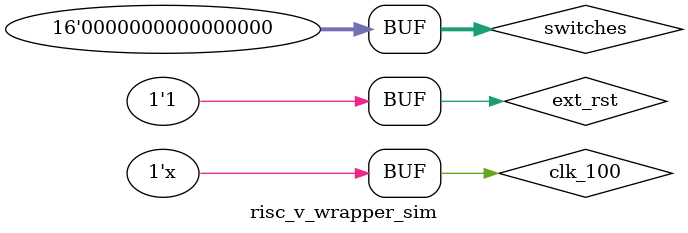
<source format=sv>
/**************************************************************************
 * Source File for Personal Implementation of RISC-V                      *
 * Copyright (C) 2021  Benjamin J Davis                                   *
 *                                                                        *
 * This program is free software: you can redistribute it and/or modify   *
 * it under the terms of the GNU General Public License as published by   *
 * the Free Software Foundation, either version 3 of the License, or      *
 * (at your option) any later version.                                    *
 *                                                                        *
 * This program is distributed in the hope that it will be useful,        *
 * but WITHOUT ANY WARRANTY; without even the implied warranty of         *
 * MERCHANTABILITY or FITNESS FOR A PARTICULAR PURPOSE.  See the          *
 * GNU General Public License for more details.                           *
 *                                                                        *
 * You should have received a copy of the GNU General Public License      *
 * along with this program.  If not, see <https://www.gnu.org/licenses/>. *
 **************************************************************************/

`timescale 1ns/1ps

module risc_v_wrapper_sim ();

  logic clk_100;
  logic ext_rst;
  
  logic [15:0] switches;
  logic [15:0] leds;
  logic [ 6:0] sseg_segments;
  logic        sseg_dp;
  logic [ 7:0] sseg_an;

  initial begin
    clk_100  = '0;
    ext_rst  = '0;
    switches = '0;

    #20 ext_rst <= '1;
  end

  always begin
    #5 clk_100 <= ~clk_100;
  end

  risc_v_wrapper risc_v_dut (
    .clk_100_in     (clk_100),
    .ext_rst_low_in (ext_rst),

    .sw_in    (switches),
    .led_out  (leds),
    .sseg_out (sseg_segments),
    .dp_out   (sseg_dp),
    .an_out   (sseg_an)
  );

endmodule
</source>
